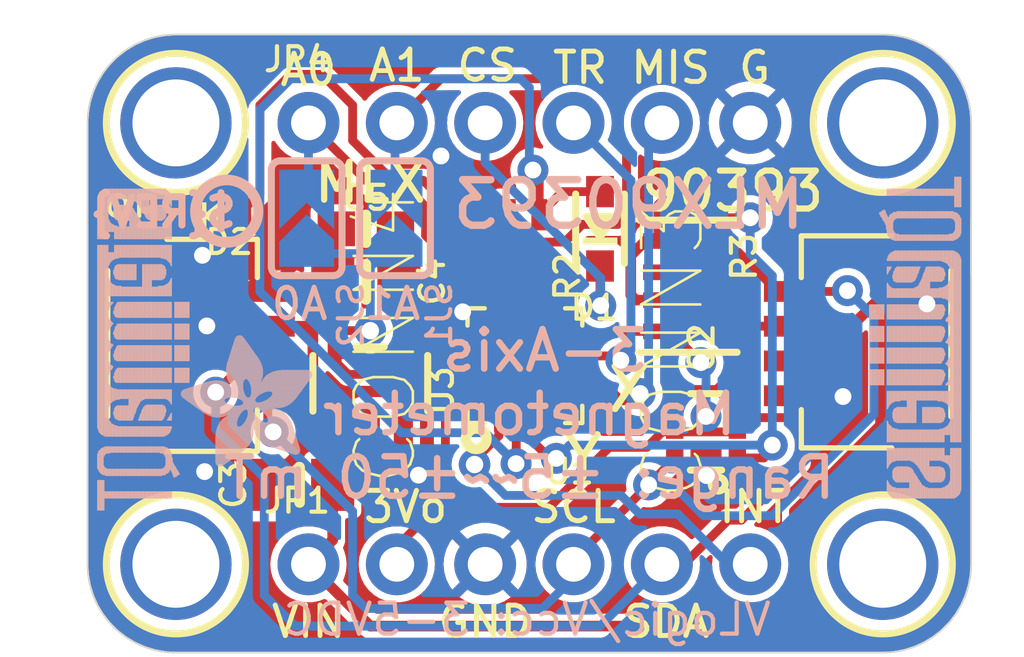
<source format=kicad_pcb>
(kicad_pcb (version 20221018) (generator pcbnew)
  (layers (0 "F.Cu" signal) (31 "B.Cu" signal) (34 "B.Paste" user) (35 "F.Paste" user) (36 "B.SilkS" user "B.Silkscreen") (37 "F.SilkS" user "F.Silkscreen") (38 "B.Mask" user) (39 "F.Mask" user) (44 "Edge.Cuts" user))
  (net 0 "")
  (net 1 "A0_3V")
  (net 2 "A1_3V")
  (net 3 "GND")
  (net 4 "3.3V")
  (net 5 "SENB_3V")
  (net 6 "MISO_3V")
  (net 7 "SDA_3V")
  (net 8 "SCL_3V")
  (net 9 "INT_3V")
  (net 10 "INT/TRIG_3V")
  (net 11 "SDA")
  (net 12 "SCL")
  (net 13 "SENB")
  (net 14 "VCC")
  (net 15 "N$1")
  (footprint "working:MOUNTINGHOLE_2.5_PLATED" (layer "F.Cu") (at 158.6611 111.3536)
    (fp_text reference "U$37" hide)
    (fp_text value "MOUNTINGHOLE2.5" hide)
  )
  (footprint "working:FIDUCIAL_1MM" (layer "F.Cu") (at 137.3251 104.6226)
    (fp_text reference "FID2" hide)
    (fp_text value "FIDUCIAL_1MM" hide)
  )
  (footprint "working:CHIPLED_0603_NOOUTLINE" (layer "F.Cu") (at 139.3571 101.3206 90)
    (fp_text reference "D2")
    (fp_text value "GREEN")
  )
  (footprint "working:1X06_ROUND_70" (layer "F.Cu") (at 148.5011 111.3536)
    (fp_text reference "JP1")
    (fp_text value "")
  )
  (footprint "working:1X06_ROUND_70" (layer "F.Cu") (at 148.5011 98.6536)
    (fp_text reference "JP4")
    (fp_text value "")
  )
  (footprint "working:MOUNTINGHOLE_2.5_PLATED" (layer "F.Cu") (at 158.6611 98.6536)
    (fp_text reference "U$34" hide)
    (fp_text value "MOUNTINGHOLE2.5" hide)
  )
  (footprint "working:QFN16_3MM" (layer "F.Cu") (at 148.3741 105.6386 90)
    (fp_text reference "U1")
    (fp_text value "MLX90393")
  )
  (footprint "working:MOUNTINGHOLE_2.5_PLATED" (layer "F.Cu") (at 138.3411 98.6536)
    (fp_text reference "U$33" hide)
    (fp_text value "MOUNTINGHOLE2.5" hide)
  )
  (footprint "working:SOD-323_MINI" (layer "F.Cu") (at 150.5331 101.7016 90)
    (fp_text reference "D1")
    (fp_text value "1N4148")
  )
  (footprint "working:0805-NO" (layer "F.Cu") (at 141.8971 109.0676 180)
    (fp_text reference "C3")
    (fp_text value "10uF")
  )
  (footprint "working:FIDUCIAL_1MM" (layer "F.Cu") (at 156.2481 102.2096)
    (fp_text reference "FID4" hide)
    (fp_text value "FIDUCIAL_1MM" hide)
  )
  (footprint "working:RESPACK_4X0603_NO" (layer "F.Cu") (at 147.4851 102.1461 180)
    (fp_text reference "R2")
    (fp_text value "10K")
  )
  (footprint "working:0805-NO" (layer "F.Cu") (at 143.8021 103.2256)
    (fp_text reference "C4")
    (fp_text value "10uF")
  )
  (footprint "working:MOUNTINGHOLE_2.5_PLATED" (layer "F.Cu") (at 138.3411 111.3536)
    (fp_text reference "U$36" hide)
    (fp_text value "MOUNTINGHOLE2.5" hide)
  )
  (footprint "working:JST_SH4" (layer "F.Cu") (at 158.5341 105.0036 90)
    (fp_text reference "CONN3")
    (fp_text value "STEMMA_I2C_QT" hide)
  )
  (footprint "working:RESPACK_4X0603" (layer "F.Cu") (at 153.0731 103.3526 -90)
    (fp_text reference "R3")
    (fp_text value "10K")
  )
  (footprint "working:SOT23-5" (layer "F.Cu") (at 143.9291 106.1466)
    (fp_text reference "U3")
    (fp_text value "AP2112K-3.3")
  )
  (footprint "working:JST_SH4" (layer "F.Cu") (at 138.4681 105.0036 -90)
    (fp_text reference "CONN4")
    (fp_text value "STEMMA_I2C_QT" hide)
  )
  (footprint "working:0603-NO" (layer "F.Cu") (at 143.8021 101.7016)
    (fp_text reference "C5")
    (fp_text value "0.1uF")
  )
  (footprint "working:SOT363" (layer "F.Cu") (at 153.5811 107.5436 90)
    (fp_text reference "Q2")
    (fp_text value "BSS138")
  )
  (footprint "working:SOLDERJUMPER_ARROW_NOPASTE" (layer "B.Cu") (at 142.1003 101.3968 90)
    (fp_text reference "SJ2")
    (fp_text value "")
  )
  (footprint "working:STEMMAQT" (layer "B.Cu") (at 138.7221 100.5586 -90)
    (fp_text reference "U$42" hide)
    (fp_text value "" hide)
  )
  (footprint "working:PCBFEAT-REV-040" (layer "B.Cu") (at 139.8016 101.1936 180)
    (fp_text reference "U$18" hide)
    (fp_text value "" hide)
  )
  (footprint "working:ADAFRUIT_3.5MM" (layer "B.Cu") (at 142.2781 108.5596 180)
    (fp_text reference "U$39" hide)
    (fp_text value "" hide)
  )
  (footprint "working:STEMMAQT" (layer "B.Cu") (at 158.2801 109.4486 90)
    (fp_text reference "U$41" hide)
    (fp_text value "" hide)
  )
  (footprint "working:SOLDERJUMPER_ARROW_NOPASTE" (layer "B.Cu") (at 144.6403 101.3968 90)
    (fp_text reference "SJ1")
    (fp_text value "")
  )
  (gr_arc (start 135.8011 98.6536) (mid 136.545049 96.857549) (end 138.3411 96.1136) (stroke (width 0.05)) (layer "Edge.Cuts"))
  (gr_line (start 135.8011 98.6536) (end 135.8011 111.3536) (stroke (width 0.05)) (layer "Edge.Cuts"))
  (gr_arc (start 161.2011 111.3536) (mid 160.457151 113.149651) (end 158.6611 113.8936) (stroke (width 0.05)) (layer "Edge.Cuts"))
  (gr_line (start 138.3411 113.8936) (end 158.6611 113.8936) (stroke (width 0.05)) (layer "Edge.Cuts"))
  (gr_line (start 161.2011 111.3536) (end 161.2011 98.6536) (stroke (width 0.05)) (layer "Edge.Cuts"))
  (gr_line (start 158.6611 96.1136) (end 138.3411 96.1136) (stroke (width 0.05)) (layer "Edge.Cuts"))
  (gr_arc (start 158.6611 96.1136) (mid 160.457151 96.857549) (end 161.2011 98.6536) (stroke (width 0.05)) (layer "Edge.Cuts"))
  (gr_arc (start 138.3411 113.8936) (mid 136.545049 113.149651) (end 135.8011 111.3536) (stroke (width 0.05)) (layer "Edge.Cuts"))
  (gr_text "VLogic/Vcc: 3-5VDC" (at 148.4376 112.9411) (layer "B.SilkS") (effects (font (size 0.89408 0.89408) (thickness 0.12192)) (justify mirror)))
  (gr_text "A1" (at 144.5641 103.8606) (layer "B.SilkS") (effects (font (size 0.87376 0.87376) (thickness 0.14224)) (justify mirror)))
  (gr_text "3-Axis \nMagnetometer\nRange: ±5~~±50 mT" (at 148.5011 107.0356) (layer "B.SilkS") (effects (font (size 1.135888 1.135888) (thickness 0.184912)) (justify mirror)))
  (gr_text "A0" (at 141.8971 103.8606) (layer "B.SilkS") (effects (font (size 0.87376 0.87376) (thickness 0.14224)) (justify mirror)))
  (gr_text "MLX90393" (at 151.3586 101.0031) (layer "B.SilkS") (effects (font (size 1.31064 1.31064) (thickness 0.21336)) (justify mirror)))
  (gr_text "90393" (at 154.3431 100.6221) (layer "F.SilkS") (effects (font (size 1.0922 1.0922) (thickness 0.1778))))
  (gr_text "A0" (at 142.1511 97.1296) (layer "F.SilkS") (effects (font (size 0.87376 0.87376) (thickness 0.14224))))
  (gr_text "3Vo" (at 144.9451 109.7026) (layer "F.SilkS") (effects (font (size 0.87376 0.87376) (thickness 0.14224))))
  (gr_text "INT" (at 154.9781 109.7026) (layer "F.SilkS") (effects (font (size 0.87376 0.87376) (thickness 0.14224))))
  (gr_text "SDA" (at 152.4381 113.0046) (layer "F.SilkS") (effects (font (size 0.87376 0.87376) (thickness 0.14224))))
  (gr_text "GND" (at 147.2311 113.0046) (layer "F.SilkS") (effects (font (size 0.87376 0.87376) (thickness 0.14224))))
  (gr_text "X" (at 150.6601 107.0356) (layer "F.SilkS") (effects (font (size 1.223264 1.223264) (thickness 0.199136)) (justify left bottom)))
  (gr_text "TR" (at 149.9616 97.0661) (layer "F.SilkS") (effects (font (size 0.87376 0.87376) (thickness 0.14224))))
  (gr_text "VIN" (at 142.1511 113.0046) (layer "F.SilkS") (effects (font (size 0.87376 0.87376) (thickness 0.14224))))
  (gr_text "on" (at 136.1821 101.4476) (layer "F.SilkS") (effects (font (size 0.89408 0.89408) (thickness 0.12192)) (justify left bottom)))
  (gr_text "Y" (at 149.3901 109.0041) (layer "F.SilkS") (effects (font (size 1.223264 1.223264) (thickness 0.199136)) (justify left bottom)))
  (gr_text "SCL" (at 149.7711 109.7026) (layer "F.SilkS") (effects (font (size 0.87376 0.87376) (thickness 0.14224))))
  (gr_text "A1" (at 144.6911 97.0026) (layer "F.SilkS") (effects (font (size 0.87376 0.87376) (thickness 0.14224))))
  (gr_text "CS" (at 147.2946 97.0026) (layer "F.SilkS") (effects (font (size 0.87376 0.87376) (thickness 0.14224))))
  (gr_text "MLX" (at 143.9291 100.3681) (layer "F.SilkS") (effects (font (size 1.0922 1.0922) (thickness 0.1778))))
  (gr_text "G" (at 154.9781 97.0661) (layer "F.SilkS") (effects (font (size 0.87376 0.87376) (thickness 0.14224))))
  (gr_text "MIS" (at 152.5651 97.0661) (layer "F.SilkS") (effects (font (size 0.87376 0.87376) (thickness 0.14224))))
  (segment (start 145.5198 101.8953) (end 145.5198 101.064825) (width 0.254) (layer "F.Cu") (net 1))
  (segment (start 147.6241 104.1386) (end 147.6241 103.9796) (width 0.254) (layer "F.Cu") (net 1))
  (segment (start 147.0851 102.9961) (end 147.0851 102.0826) (width 0.254) (layer "F.Cu") (net 1))
  (segment (start 147.6241 103.9796) (end 147.0851 103.4406) (width 0.254) (layer "F.Cu") (net 1))
  (segment (start 145.7071 102.0826) (end 145.5198 101.8953) (width 0.254) (layer "F.Cu") (net 1))
  (segment (start 145.5198 101.064825) (end 145.267575 100.8126) (width 0.254) (layer "F.Cu") (net 1))
  (segment (start 145.267575 100.8126) (end 144.3101 100.8126) (width 0.254) (layer "F.Cu") (net 1))
  (segment (start 144.3101 100.8126) (end 142.1511 98.6536) (width 0.254) (layer "F.Cu") (net 1))
  (segment (start 147.0851 103.4406) (end 147.0851 102.9961) (width 0.254) (layer "F.Cu") (net 1))
  (segment (start 147.0851 102.0826) (end 145.7071 102.0826) (width 0.254) (layer "F.Cu") (net 1))
  (segment (start 142.1003 100.3808) (end 142.1511 100.33) (width 0.254) (layer "B.Cu") (net 1))
  (segment (start 142.1511 100.33) (end 142.1511 98.6536) (width 0.254) (layer "B.Cu") (net 1))
  (segment (start 147.8851 102.9961) (end 147.8851 102.2541) (width 0.254) (layer "F.Cu") (net 2))
  (segment (start 148.1241 104.1386) (end 148.1241 103.4256) (width 0.254) (layer "F.Cu") (net 2))
  (segment (start 151.0919 97.9424) (end 150.5331 97.3836) (width 0.254) (layer "F.Cu") (net 2))
  (segment (start 151.0919 99.158613) (end 151.0919 97.9424) (width 0.254) (layer "F.Cu") (net 2))
  (segment (start 148.1241 103.4256) (end 147.8851 103.1866) (width 0.254) (layer "F.Cu") (net 2))
  (segment (start 151.2951 99.361813) (end 151.0919 99.158613) (width 0.254) (layer "F.Cu") (net 2))
  (segment (start 147.8851 103.1866) (end 147.8851 102.9961) (width 0.254) (layer "F.Cu") (net 2))
  (segment (start 145.9611 97.3836) (end 144.6911 98.6536) (width 0.254) (layer "F.Cu") (net 2))
  (segment (start 149.5171 102.0826) (end 150.0251 101.5746) (width 0.254) (layer "F.Cu") (net 2))
  (segment (start 147.8851 102.2541) (end 148.0566 102.0826) (width 0.254) (layer "F.Cu") (net 2))
  (segment (start 150.5331 97.3836) (end 145.9611 97.3836) (width 0.254) (layer "F.Cu") (net 2))
  (segment (start 151.2951 101.3206) (end 151.2951 99.361813) (width 0.254) (layer "F.Cu") (net 2))
  (segment (start 148.0566 102.0826) (end 149.5171 102.0826) (width 0.254) (layer "F.Cu") (net 2))
  (segment (start 151.0411 101.5746) (end 151.2951 101.3206) (width 0.254) (layer "F.Cu") (net 2))
  (segment (start 150.0251 101.5746) (end 151.0411 101.5746) (width 0.254) (layer "F.Cu") (net 2))
  (segment (start 144.6403 100.3808) (end 144.6403 98.7044) (width 0.254) (layer "B.Cu") (net 2))
  (segment (start 144.6403 98.7044) (end 144.6911 98.6536) (width 0.254) (layer "B.Cu") (net 2))
  (segment (start 141.510309 100.691391) (end 140.9821 101.2196) (width 0.254) (layer "F.Cu") (net 3))
  (segment (start 140.9821 101.2196) (end 140.9821 103.5036) (width 0.254) (layer "F.Cu") (net 3))
  (segment (start 144.552518 101.7016) (end 143.542309 100.691391) (width 0.254) (layer "F.Cu") (net 3))
  (segment (start 143.542309 100.691391) (end 141.510309 100.691391) (width 0.254) (layer "F.Cu") (net 3))
  (segment (start 144.6521 101.7016) (end 144.552518 101.7016) (width 0.254) (layer "F.Cu") (net 3))
  (via (at 139.1666 108.6866) (size 0.889) (drill 0.4826) (layers "F.Cu" "B.Cu") (net 3))
  (via (at 157.5181 106.5276) (size 0.889) (drill 0.4826) (layers "F.Cu" "B.Cu") (net 3))
  (via (at 153.5938 108.8009) (size 0.889) (drill 0.4826) (layers "F.Cu" "B.Cu") (net 3))
  (via (at 146.5834 104.0892) (size 0.889) (drill 0.4826) (layers "F.Cu" "B.Cu") (net 3))
  (via (at 159.9311 103.8606) (size 0.889) (drill 0.4826) (layers "F.Cu" "B.Cu") (net 3))
  (via (at 139.1031 102.4636) (size 0.889) (drill 0.4826) (layers "F.Cu" "B.Cu") (net 3))
  (via (at 145.9611 99.6061) (size 0.889) (drill 0.4826) (layers "F.Cu" "B.Cu") (net 3))
  (via (at 139.2301 104.4956) (size 0.889) (drill 0.4826) (layers "F.Cu" "B.Cu") (net 3))
  (via (at 145.3134 108.7882) (size 0.889) (drill 0.4826) (layers "F.Cu" "B.Cu") (net 3))
  (segment (start 145.8849 109.6772) (end 145.7071 109.855) (width 0.254) (layer "F.Cu") (net 4))
  (segment (start 150.8086 104.6526) (end 150.5726 104.8886) (width 0.254) (layer "F.Cu") (net 4))
  (segment (start 142.9791 104.8465) (end 142.9791 105.5776) (width 0.254) (layer "F.Cu") (net 4))
  (segment (start 145.8849 109.7153) (end 149.0726 109.7153) (width 0.254) (layer "F.Cu") (net 4))
  (segment (start 152.6811 107.5436) (end 153.7081 107.5436) (width 0.254) (layer "F.Cu") (net 4))
  (segment (start 152.2231 104.6526) (end 150.8086 104.6526) (width 0.254) (layer "F.Cu") (net 4))
  (segment (start 142.9791 105.5776) (end 143.2901 105.8886) (width 0.254) (layer "F.Cu") (net 4))
  (segment (start 153.0731 103.3526) (end 153.0731 104.4956) (width 0.3048) (layer "F.Cu") (net 4))
  (segment (start 146.0881 105.8886) (end 146.0881 109.4486) (width 0.254) (layer "F.Cu") (net 4))
  (segment (start 142.8521 103.2256) (end 142.9791 103.3526) (width 0.254) (layer "F.Cu") (net 4))
  (segment (start 153.7081 107.5436) (end 153.5811 107.4166) (width 0.254) (layer "F.Cu") (net 4))
  (segment (start 149.6836 104.6981) (end 149.8741 104.8886) (width 0.254) (layer "F.Cu") (net 4))
  (segment (start 146.0588 102.9961) (end 145.7023 103.3526) (width 0.254) (layer "F.Cu") (net 4))
  (segment (start 152.9161 104.6526) (end 152.2231 104.6526) (width 0.3048) (layer "F.Cu") (net 4))
  (segment (start 149.6836 103.437125) (end 149.242575 102.9961) (width 0.254) (layer "F.Cu") (net 4))
  (segment (start 148.7851 102.9961) (end 149.242575 102.9961) (width 0.254) (layer "F.Cu") (net 4))
  (segment (start 143.2901 105.8886) (end 145.7071 105.8886) (width 0.254) (layer "F.Cu") (net 4))
  (segment (start 149.8741 104.8886) (end 150.5726 104.8886) (width 0.254) (layer "F.Cu") (net 4))
  (segment (start 145.7071 105.8886) (end 146.0881 105.8886) (width 0.254) (layer "F.Cu") (net 4))
  (segment (start 146.0881 109.4486) (end 145.7071 109.8296) (width 0.254) (layer "F.Cu") (net 4))
  (segment (start 150.7991 107.9888) (end 151.878481 107.9888) (width 0.254) (layer "F.Cu") (net 4))
  (segment (start 152.6731 102.9526) (end 153.0731 103.3526) (width 0.3048) (layer "F.Cu") (net 4))
  (segment (start 142.9521 101.7016) (end 142.9521 103.1256) (width 0.254) (layer "F.Cu") (net 4))
  (segment (start 145.7071 109.8296) (end 144.6911 110.8456) (width 0.254) (layer "F.Cu") (net 4))
  (segment (start 142.9521 103.1256) (end 142.8521 103.2256) (width 0.254) (layer "F.Cu") (net 4))
  (segment (start 153.7081 107.5436) (end 154.4811 107.5436) (width 0.254) (layer "F.Cu") (net 4))
  (segment (start 146.0881 105.8886) (end 146.8741 105.8886) (width 0.254) (layer "F.Cu") (net 4))
  (segment (start 146.1851 102.9961) (end 146.0588 102.9961) (width 0.254) (layer "F.Cu") (net 4))
  (segment (start 145.7023 105.8838) (end 145.7023 103.3526) (width 0.254) (layer "F.Cu") (net 4))
  (segment (start 149.0726 109.7153) (end 150.7991 107.9888) (width 0.254) (layer "F.Cu") (net 4))
  (segment (start 144.6911 110.8456) (end 144.6911 111.3536) (width 0.254) (layer "F.Cu") (net 4))
  (segment (start 145.7071 109.8296) (end 145.7071 109.855) (width 0.254) (layer "F.Cu") (net 4))
  (segment (start 149.6836 103.437125) (end 149.6836 104.6981) (width 0.254) (layer "F.Cu") (net 4))
  (segment (start 145.7023 105.8838) (end 145.7071 105.8886) (width 0.254) (layer "F.Cu") (net 4))
  (segment (start 153.0731 104.4956) (end 152.9161 104.6526) (width 0.3048) (layer "F.Cu") (net 4))
  (segment (start 152.323681 107.5436) (end 152.6811 107.5436) (width 0.254) (layer "F.Cu") (net 4))
  (segment (start 145.8849 109.6772) (end 145.8849 109.7153) (width 0.254) (layer "F.Cu") (net 4))
  (segment (start 152.2231 104.6526) (end 152.535312 104.6526) (width 0.254) (layer "F.Cu") (net 4))
  (segment (start 143.1936 104.632) (end 143.9291 104.632) (width 0.254) (layer "F.Cu") (net 4))
  (segment (start 153.432412 105.5497) (end 152.535312 104.6526) (width 0.254) (layer "F.Cu") (net 4))
  (segment (start 151.878481 107.9888) (end 152.323681 107.5436) (width 0.254) (layer "F.Cu") (net 4))
  (segment (start 152.2231 102.9526) (end 152.6731 102.9526) (width 0.3048) (layer "F.Cu") (net 4))
  (segment (start 142.9791 104.8465) (end 143.1936 104.632) (width 0.254) (layer "F.Cu") (net 4))
  (segment (start 142.9791 103.3526) (end 142.9791 104.8465) (width 0.254) (layer "F.Cu") (net 4))
  (segment (start 153.5811 107.4166) (end 153.5811 107.0991) (width 0.254) (layer "F.Cu") (net 4))
  (via (at 153.432412 105.5497) (size 0.889) (drill 0.4826) (layers "F.Cu" "B.Cu") (net 4))
  (via (at 143.9291 104.632) (size 0.9064) (drill 0.5) (layers "F.Cu" "B.Cu") (net 4))
  (via (at 153.5811 107.0991) (size 0.889) (drill 0.4826) (layers "F.Cu" "B.Cu") (net 4))
  (segment (start 153.5811 105.698388) (end 153.5811 107.0991) (width 0.254) (layer "B.Cu") (net 4))
  (segment (start 153.432412 105.5497) (end 153.5811 105.698388) (width 0.254) (layer "B.Cu") (net 4))
  (segment (start 144.3101 102.4128) (end 144.6403 102.4128) (width 0.254) (layer "B.Cu") (net 4))
  (segment (start 143.9291 104.632) (end 143.9291 102.7938) (width 0.254) (layer "B.Cu") (net 4))
  (segment (start 143.9291 102.7938) (end 144.3101 102.4128) (width 0.254) (layer "B.Cu") (net 4))
  (segment (start 142.1003 102.4128) (end 144.3101 102.4128) (width 0.254) (layer "B.Cu") (net 4))
  (segment (start 148.1241 107.1386) (end 148.1241 108.454) (width 0.254) (layer "F.Cu") (net 5))
  (segment (start 148.7851 101.2961) (end 148.7851 100.101625) (width 0.254) (layer "F.Cu") (net 5))
  (segment (start 148.604396 100.010804) (end 148.694278 100.010804) (width 0.254) (layer "F.Cu") (net 5))
  (segment (start 148.1201 108.458) (end 148.1241 108.454) (width 0.254) (layer "F.Cu") (net 5))
  (segment (start 148.7851 100.101625) (end 148.694278 100.010804) (width 0.254) (layer "F.Cu") (net 5))
  (segment (start 149.4496 100.6316) (end 150.5331 100.6316) (width 0.254) (layer "F.Cu") (net 5))
  (segment (start 149.4496 100.6316) (end 148.7851 101.2961) (width 0.254) (layer "F.Cu") (net 5))
  (via (at 148.1201 108.458) (size 0.889) (drill 0.4826) (layers "F.Cu" "B.Cu") (net 5))
  (via (at 148.604396 100.010804) (size 0.889) (drill 0.4826) (layers "F.Cu" "B.Cu") (net 5))
  (segment (start 148.2471 97.3836) (end 148.5011 97.6376) (width 0.254) (layer "B.Cu") (net 5))
  (segment (start 147.2311 107.569) (end 144.8181 107.569) (width 0.254) (layer "B.Cu") (net 5))
  (segment (start 140.7541 98.2726) (end 141.6431 97.3836) (width 0.254) (layer "B.Cu") (net 5))
  (segment (start 148.5011 97.6376) (end 148.5011 99.907507) (width 0.254) (layer "B.Cu") (net 5))
  (segment (start 141.6431 97.3836) (end 148.2471 97.3836) (width 0.254) (layer "B.Cu") (net 5))
  (segment (start 144.8181 107.569) (end 140.7541 103.505) (width 0.254) (layer "B.Cu") (net 5))
  (segment (start 148.5011 99.907507) (end 148.604396 100.010804) (width 0.254) (layer "B.Cu") (net 5))
  (segment (start 140.7541 103.505) (end 140.7541 98.2726) (width 0.254) (layer "B.Cu") (net 5))
  (segment (start 148.1201 108.458) (end 147.2311 107.569) (width 0.254) (layer "B.Cu") (net 5))
  (segment (start 151.1441 106.6506) (end 150.3821 105.8886) (width 0.254) (layer "F.Cu") (net 6))
  (segment (start 151.622206 106.6506) (end 151.1441 106.6506) (width 0.254) (layer "F.Cu") (net 6))
  (segment (start 149.8741 105.8886) (end 150.3821 105.8886) (width 0.254) (layer "F.Cu") (net 6))
  (segment (start 151.685706 106.4394) (end 151.622206 106.5029) (width 0.254) (layer "F.Cu") (net 6))
  (segment (start 151.622206 106.5029) (end 151.622206 106.6506) (width 0.254) (layer "F.Cu") (net 6))
  (via (at 151.685706 106.4394) (size 0.889) (drill 0.4826) (layers "F.Cu" "B.Cu") (net 6))
  (segment (start 151.9301 106.3759) (end 151.9301 99.0346) (width 0.254) (layer "B.Cu") (net 6))
  (segment (start 151.749206 106.3759) (end 151.685706 106.4394) (width 0.254) (layer "B.Cu") (net 6))
  (segment (start 151.9301 106.3759) (end 151.749206 106.3759) (width 0.254) (layer "B.Cu") (net 6))
  (segment (start 151.9301 99.0346) (end 152.3111 98.6536) (width 0.254) (layer "B.Cu") (net 6))
  (segment (start 152.6811 106.7936) (end 152.6811 106.5396) (width 0.254) (layer "F.Cu") (net 7))
  (segment (start 149.8741 106.3886) (end 149.8741 106.7696) (width 0.254) (layer "F.Cu") (net 7))
  (segment (start 154.4311 105.1606) (end 153.9231 104.6526) (width 0.254) (layer "F.Cu") (net 7))
  (segment (start 150.6361 107.5316) (end 149.8741 106.7696) (width 0.254) (layer "F.Cu") (net 7))
  (segment (start 152.6811 106.5396) (end 152.8963 106.3244) (width 0.254) (layer "F.Cu") (net 7))
  (segment (start 152.8963 106.3244) (end 153.8859 106.3244) (width 0.254) (layer "F.Cu") (net 7))
  (segment (start 154.4311 105.1606) (end 154.4311 105.7792) (width 0.254) (layer "F.Cu") (net 7))
  (segment (start 152.6811 106.7936) (end 152.4271 106.7936) (width 0.254) (layer "F.Cu") (net 7))
  (segment (start 153.8859 106.3244) (end 154.4311 105.7792) (width 0.254) (layer "F.Cu") (net 7))
  (segment (start 152.4271 106.7936) (end 151.6891 107.5316) (width 0.254) (layer "F.Cu") (net 7))
  (segment (start 151.6891 107.5316) (end 150.6361 107.5316) (width 0.254) (layer "F.Cu") (net 7))
  (segment (start 153.3271 101.3841) (end 154.8511 101.3841) (width 0.254) (layer "F.Cu") (net 8))
  (segment (start 155.5491 107.9876) (end 155.2431 108.2936) (width 0.254) (layer "F.Cu") (net 8))
  (segment (start 148.6241 107.1386) (end 148.6241 107.841007) (width 0.254) (layer "F.Cu") (net 8))
  (segment (start 153.0731 102.5906) (end 153.0731 101.6381) (width 0.254) (layer "F.Cu") (net 8))
  (segment (start 153.9231 102.9526) (end 153.4351 102.9526) (width 0.254) (layer "F.Cu") (net 8))
  (segment (start 149.088693 108.3056) (end 148.6241 107.841007) (width 0.254) (layer "F.Cu") (net 8))
  (segment (start 153.3271 101.3841) (end 153.0731 101.6381) (width 0.254) (layer "F.Cu") (net 8))
  (segment (start 153.4351 102.9526) (end 153.0731 102.5906) (width 0.254) (layer "F.Cu") (net 8))
  (segment (start 149.2758 108.3056) (end 149.088693 108.3056) (width 0.254) (layer "F.Cu") (net 8))
  (segment (start 155.2431 108.2936) (end 154.4811 108.2936) (width 0.254) (layer "F.Cu") (net 8))
  (segment (start 155.4861 107.9246) (end 155.5491 107.9876) (width 0.254) (layer "F.Cu") (net 8))
  (via (at 149.2758 108.3056) (size 0.889) (drill 0.4826) (layers "F.Cu" "B.Cu") (net 8))
  (via (at 155.4861 107.9246) (size 0.889) (drill 0.4826) (layers "F.Cu" "B.Cu") (net 8))
  (via (at 154.8511 101.3841) (size 0.889) (drill 0.4826) (layers "F.Cu" "B.Cu") (net 8))
  (segment (start 154.8511 101.3841) (end 154.8511 102.4128) (width 0.254) (layer "B.Cu") (net 8))
  (segment (start 155.4861 107.9246) (end 155.4861 103.0478) (width 0.254) (layer "B.Cu") (net 8))
  (segment (start 155.4861 103.0478) (end 154.8511 102.4128) (width 0.254) (layer "B.Cu") (net 8))
  (segment (start 149.6568 107.9246) (end 155.4861 107.9246) (width 0.254) (layer "B.Cu") (net 8))
  (segment (start 149.2758 108.3056) (end 149.6568 107.9246) (width 0.254) (layer "B.Cu") (net 8))
  (segment (start 147.6241 107.6586) (end 146.9263 108.3564) (width 0.254) (layer "F.Cu") (net 9))
  (segment (start 146.9263 108.3564) (end 146.9263 108.4834) (width 0.254) (layer "F.Cu") (net 9))
  (segment (start 147.6241 107.1386) (end 147.6241 107.6586) (width 0.254) (layer "F.Cu") (net 9))
  (via (at 146.9263 108.4834) (size 0.9064) (drill 0.5) (layers "F.Cu" "B.Cu") (net 9))
  (segment (start 151.139306 109.3724) (end 151.672706 109.9058) (width 0.254) (layer "B.Cu") (net 9))
  (segment (start 147.8153 109.3724) (end 151.139306 109.3724) (width 0.254) (layer "B.Cu") (net 9))
  (segment (start 151.672706 109.9058) (end 152.7683 109.9058) (width 0.254) (layer "B.Cu") (net 9))
  (segment (start 154.2161 111.3536) (end 154.8511 111.3536) (width 0.254) (layer "B.Cu") (net 9))
  (segment (start 154.2161 111.3536) (end 152.7683 109.9058) (width 0.254) (layer "B.Cu") (net 9))
  (segment (start 146.9263 108.4834) (end 147.8153 109.3724) (width 0.254) (layer "B.Cu") (net 9))
  (segment (start 151.132803 105.483397) (end 151.008206 105.3588) (width 0.254) (layer "F.Cu") (net 10))
  (segment (start 149.8741 105.3886) (end 149.9039 105.3588) (width 0.254) (layer "F.Cu") (net 10))
  (segment (start 151.008206 105.3588) (end 149.9039 105.3588) (width 0.254) (layer "F.Cu") (net 10))
  (via (at 151.132803 105.483397) (size 0.889) (drill 0.4826) (layers "F.Cu" "B.Cu") (net 10))
  (segment (start 151.4221 100.3046) (end 149.7711 98.6536) (width 0.254) (layer "B.Cu") (net 10))
  (segment (start 151.4221 105.1941) (end 151.4221 100.3046) (width 0.254) (layer "B.Cu") (net 10))
  (segment (start 151.132803 105.483397) (end 151.4221 105.1941) (width 0.254) (layer "B.Cu") (net 10))
  (segment (start 154.4811 106.7936) (end 154.768125 106.7936) (width 0.254) (layer "F.Cu") (net 11))
  (segment (start 156.2608 108.4199) (end 154.5971 110.0836) (width 0.254) (layer "F.Cu") (net 11))
  (segment (start 154.5971 110.0836) (end 154.2161 110.0836) (width 0.254) (layer "F.Cu") (net 11))
  (segment (start 155.108325 107.1338) (end 155.9653 107.1338) (width 0.254) (layer "F.Cu") (net 11))
  (segment (start 154.9146 104.3051) (end 154.9146 106.3601) (width 0.254) (layer "F.Cu") (net 11))
  (segment (start 154.3621 103.7526) (end 153.9231 103.7526) (width 0.254) (layer "F.Cu") (net 11))
  (segment (start 140.3811 105.5036) (end 139.4841 106.4006) (width 0.254) (layer "F.Cu") (net 11))
  (segment (start 152.3111 111.3536) (end 152.9461 111.3536) (width 0.254) (layer "F.Cu") (net 11))
  (segment (start 154.9146 106.3601) (end 154.4811 106.7936) (width 0.254) (layer "F.Cu") (net 11))
  (segment (start 154.9146 104.3051) (end 154.3621 103.7526) (width 0.254) (layer "F.Cu") (net 11))
  (segment (start 155.9653 107.1338) (end 156.2608 107.4293) (width 0.254) (layer "F.Cu") (net 11))
  (segment (start 155.1131 104.5036) (end 154.9146 104.3051) (width 0.254) (layer "F.Cu") (net 11))
  (segment (start 156.0201 104.5036) (end 155.1131 104.5036) (width 0.254) (layer "F.Cu") (net 11))
  (segment (start 154.2161 110.0836) (end 152.9461 111.3536) (width 0.254) (layer "F.Cu") (net 11))
  (segment (start 154.768125 106.7936) (end 155.108325 107.1338) (width 0.254) (layer "F.Cu") (net 11))
  (segment (start 140.9821 105.5036) (end 140.3811 105.5036) (width 0.254) (layer "F.Cu") (net 11))
  (segment (start 156.2608 107.4293) (end 156.2608 108.4199) (width 0.254) (layer "F.Cu") (net 11))
  (via (at 139.4841 106.4006) (size 0.889) (drill 0.4826) (layers "F.Cu" "B.Cu") (net 11))
  (segment (start 141.7701 113.1316) (end 150.5331 113.1316) (width 0.254) (layer "B.Cu") (net 11))
  (segment (start 140.8811 112.2426) (end 141.7701 113.1316) (width 0.254) (layer "B.Cu") (net 11))
  (segment (start 139.4841 106.4006) (end 139.4841 107.4674) (width 0.254) (layer "B.Cu") (net 11))
  (segment (start 150.5331 113.1316) (end 152.3111 111.3536) (width 0.254) (layer "B.Cu") (net 11))
  (segment (start 140.8811 108.8644) (end 140.8811 112.2426) (width 0.254) (layer "B.Cu") (net 11))
  (segment (start 139.4841 107.4674) (end 140.8811 108.8644) (width 0.254) (layer "B.Cu") (net 11))
  (segment (start 155.6391 103.5036) (end 154.1881 102.0526) (width 0.254) (layer "F.Cu") (net 12))
  (segment (start 157.6211 103.5036) (end 156.0201 103.5036) (width 0.254) (layer "F.Cu") (net 12))
  (segment (start 153.9231 102.0526) (end 154.1881 102.0526) (width 0.254) (layer "F.Cu") (net 12))
  (segment (start 157.6451 103.4796) (end 157.6211 103.5036) (width 0.254) (layer "F.Cu") (net 12))
  (segment (start 140.9821 107.3906) (end 141.1351 107.5436) (width 0.254) (layer "F.Cu") (net 12))
  (segment (start 149.7711 111.3536) (end 149.7711 111.2266) (width 0.254) (layer "F.Cu") (net 12))
  (segment (start 149.7711 111.2266) (end 151.9301 109.0676) (width 0.254) (layer "F.Cu") (net 12))
  (segment (start 152.6811 108.2936) (end 152.6811 108.3166) (width 0.254) (layer "F.Cu") (net 12))
  (segment (start 140.9821 106.5036) (end 140.9821 107.3906) (width 0.254) (layer "F.Cu") (net 12))
  (segment (start 152.6811 108.3166) (end 151.9301 109.0676) (width 0.254) (layer "F.Cu") (net 12))
  (segment (start 155.6391 103.5036) (end 156.0201 103.5036) (width 0.254) (layer "F.Cu") (net 12))
  (via (at 141.1351 107.5436) (size 0.889) (drill 0.4826) (layers "F.Cu" "B.Cu") (net 12))
  (via (at 151.9301 109.0676) (size 0.889) (drill 0.4826) (layers "F.Cu" "B.Cu") (net 12))
  (via (at 157.6451 103.4796) (size 0.889) (drill 0.4826) (layers "F.Cu" "B.Cu") (net 12))
  (segment (start 143.4211 109.8296) (end 143.4211 112.2426) (width 0.254) (layer "B.Cu") (net 12))
  (segment (start 152.627481 109.0676) (end 151.9301 109.0676) (width 0.254) (layer "B.Cu") (net 12))
  (segment (start 143.4211 112.2426) (end 143.8021 112.6236) (width 0.254) (layer "B.Cu") (net 12))
  (segment (start 158.4071 104.2416) (end 157.6451 103.4796) (width 0.254) (layer "B.Cu") (net 12))
  (segment (start 149.7711 111.7346) (end 149.7711 111.3536) (width 0.254) (layer "B.Cu") (net 12))
  (segment (start 143.8021 112.6236) (end 148.8821 112.6236) (width 0.254) (layer "B.Cu") (net 12))
  (segment (start 148.8821 112.6236) (end 149.7711 111.7346) (width 0.254) (layer "B.Cu") (net 12))
  (segment (start 158.4071 107.0356) (end 155.4861 109.9566) (width 0.254) (layer "B.Cu") (net 12))
  (segment (start 158.4071 104.2416) (end 158.4071 107.0356) (width 0.254) (layer "B.Cu") (net 12))
  (segment (start 155.4861 109.9566) (end 153.516481 109.9566) (width 0.254) (layer "B.Cu") (net 12))
  (segment (start 141.1351 107.5436) (end 143.4211 109.8296) (width 0.254) (layer "B.Cu") (net 12))
  (segment (start 153.516481 109.9566) (end 152.627481 109.0676) (width 0.254) (layer "B.Cu") (net 12))
  (segment (start 150.5539 103.910332) (end 150.5331 103.889532) (width 0.254) (layer "F.Cu") (net 13))
  (segment (start 150.5331 102.7716) (end 150.5331 103.889532) (width 0.254) (layer "F.Cu") (net 13))
  (via (at 150.5539 103.910332) (size 0.889) (drill 0.4826) (layers "F.Cu" "B.Cu") (net 13))
  (segment (start 150.5539 103.1194) (end 147.2311 99.7966) (width 0.254) (layer "B.Cu") (net 13))
  (segment (start 147.2311 98.6536) (end 147.2311 99.7966) (width 0.254) (layer "B.Cu") (net 13))
  (segment (start 150.5539 103.910332) (end 150.5539 103.1194) (width 0.254) (layer "B.Cu") (net 13))
  (segment (start 140.9821 104.5036) (end 142.0321 104.5036) (width 0.3048) (layer "F.Cu") (net 14))
  (segment (start 151.5681 103.7526) (end 152.2231 103.7526) (width 0.3048) (layer "F.Cu") (net 14))
  (segment (start 142.2781 104.7496) (end 142.2781 106.7457) (width 0.3048) (layer "F.Cu") (net 14))
  (segment (start 158.6611 102.9716) (end 155.9306 100.2411) (width 0.3048) (layer "F.Cu") (net 14))
  (segment (start 142.9791 108.9356) (end 142.8471 109.0676) (width 0.3048) (layer "F.Cu") (net 14))
  (segment (start 154.9781 113.1316) (end 156.1211 111.9886) (width 0.3048) (layer "F.Cu") (net 14))
  (segment (start 156.7641 105.5036) (end 158.5976 103.6701) (width 0.3048) (layer "F.Cu") (net 14))
  (segment (start 153.0096 100.2411) (end 152.2231 101.0276) (width 0.3048) (layer "F.Cu") (net 14))
  (segment (start 142.1511 111.3536) (end 143.9291 113.1316) (width 0.3048) (layer "F.Cu") (net 14))
  (segment (start 151.8331 102.0526) (end 151.4175 102.4682) (width 0.3048) (layer "F.Cu") (net 14))
  (segment (start 142.8471 109.0676) (end 143.8021 109.0676) (width 0.3048) (layer "F.Cu") (net 14))
  (segment (start 142.8471 110.6576) (end 142.1511 111.3536) (width 0.3048) (layer "F.Cu") (net 14))
  (segment (start 142.9791 107.4467) (end 142.9791 108.9356) (width 0.3048) (layer "F.Cu") (net 14))
  (segment (start 156.1211 109.8296) (end 158.5976 107.3531) (width 0.3048) (layer "F.Cu") (net 14))
  (segment (start 158.5976 103.6701) (end 158.6611 103.6066) (width 0.3048) (layer "F.Cu") (net 14))
  (segment (start 144.8791 107.9906) (end 144.8791 107.4467) (width 0.3048) (layer "F.Cu") (net 14))
  (segment (start 143.8021 109.0676) (end 144.8791 107.9906) (width 0.3048) (layer "F.Cu") (net 14))
  (segment (start 156.0201 105.5036) (end 156.7641 105.5036) (width 0.3048) (layer "F.Cu") (net 14))
  (segment (start 151.4175 102.4682) (end 151.4175 103.602) (width 0.3048) (layer "F.Cu") (net 14))
  (segment (start 158.5976 107.3531) (end 158.5976 103.6701) (width 0.3048) (layer "F.Cu") (net 14))
  (segment (start 158.6611 103.6066) (end 158.6611 102.9716) (width 0.3048) (layer "F.Cu") (net 14))
  (segment (start 156.1211 111.9886) (end 156.1211 109.8296) (width 0.3048) (layer "F.Cu") (net 14))
  (segment (start 151.4175 103.602) (end 151.5681 103.7526) (width 0.3048) (layer "F.Cu") (net 14))
  (segment (start 142.8471 109.0676) (end 142.8471 110.6576) (width 0.3048) (layer "F.Cu") (net 14))
  (segment (start 143.9291 113.1316) (end 154.9781 113.1316) (width 0.3048) (layer "F.Cu") (net 14))
  (segment (start 155.9306 100.2411) (end 153.0096 100.2411) (width 0.3048) (layer "F.Cu") (net 14))
  (segment (start 142.0321 104.5036) (end 142.2781 104.7496) (width 0.3048) (layer "F.Cu") (net 14))
  (segment (start 142.2781 106.7457) (end 142.9791 107.4467) (width 0.3048) (layer "F.Cu") (net 14))
  (segment (start 152.2231 101.0276) (end 152.2231 102.0526) (width 0.3048) (layer "F.Cu") (net 14))
  (segment (start 152.2231 102.0526) (end 151.8331 102.0526) (width 0.3048) (layer "F.Cu") (net 14))
  (segment (start 146.1851 101.0421) (end 145.4476 100.3046) (width 0.254) (layer "F.Cu") (net 15))
  (segment (start 142.5321 97.2566) (end 141.6431 97.2566) (width 0.254) (layer "F.Cu") (net 15))
  (segment (start 143.4211 99.1616) (end 143.4211 98.1456) (width 0.254) (layer "F.Cu") (net 15))
  (segment (start 143.4211 98.1456) (end 142.5321 97.2566) (width 0.254) (layer "F.Cu") (net 15))
  (segment (start 140.7541 100.6736) (end 140.1071 101.3206) (width 0.254) (layer "F.Cu") (net 15))
  (segment (start 140.7541 98.1456) (end 140.7541 100.6736) (width 0.254) (layer "F.Cu") (net 15))
  (segment (start 141.6431 97.2566) (end 140.7541 98.1456) (width 0.254) (layer "F.Cu") (net 15))
  (segment (start 144.5641 100.3046) (end 143.4211 99.1616) (width 0.254) (layer "F.Cu") (net 15))
  (segment (start 145.4476 100.3046) (end 144.5641 100.3046) (width 0.254) (layer "F.Cu") (net 15))
  (segment (start 146.1851 101.2961) (end 146.1851 101.0421) (width 0.254) (layer "F.Cu") (net 15))
  (zone (net 3) (net_name "GND") (layer "F.Cu") (priority 6) (connect_pads (clearance 0.000001)) (min_thickness 0.127) (fill yes (thermal_gap 0.304) (thermal_bridge_width 0.304))
    (polygon (pts (xy 161.3281 114.0206) (xy 135.6741 114.0206) (xy 135.6741 95.9866) (xy 161.3281 95.9866)))
  )
  (zone (net 3) (net_name "GND") (layer "B.Cu") (priority 6) (connect_pads (clearance 0.000001)) (min_thickness 0.127) (fill yes (thermal_gap 0.304) (thermal_bridge_width 0.304))
    (polygon (pts (xy 161.3281 114.0206) (xy 135.6741 114.0206) (xy 135.6741 95.9866) (xy 161.3281 95.9866)))
  )
)
</source>
